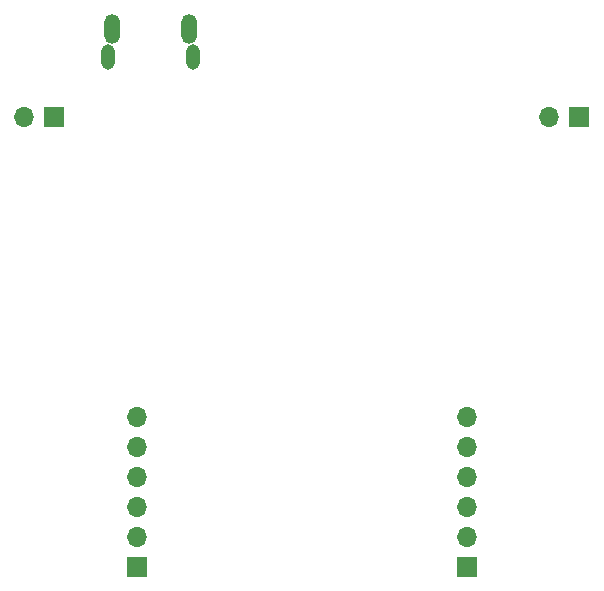
<source format=gbr>
G04 #@! TF.GenerationSoftware,KiCad,Pcbnew,5.1.10-88a1d61d58~88~ubuntu20.04.1*
G04 #@! TF.CreationDate,2021-06-15T20:39:54-04:00*
G04 #@! TF.ProjectId,oscope,6f73636f-7065-42e6-9b69-6361645f7063,rev?*
G04 #@! TF.SameCoordinates,PX3c8eee0PY31a8670*
G04 #@! TF.FileFunction,Soldermask,Bot*
G04 #@! TF.FilePolarity,Negative*
%FSLAX46Y46*%
G04 Gerber Fmt 4.6, Leading zero omitted, Abs format (unit mm)*
G04 Created by KiCad (PCBNEW 5.1.10-88a1d61d58~88~ubuntu20.04.1) date 2021-06-15 20:39:54*
%MOMM*%
%LPD*%
G01*
G04 APERTURE LIST*
%ADD10O,1.160000X2.160000*%
%ADD11O,1.320000X2.520000*%
%ADD12O,1.700000X1.700000*%
%ADD13R,1.700000X1.700000*%
G04 APERTURE END LIST*
D10*
X17458000Y-3860500D03*
X10228000Y-3860500D03*
D11*
X17098000Y-1460500D03*
X10588000Y-1460500D03*
D12*
X40640000Y-34290000D03*
X40640000Y-36830000D03*
X40640000Y-39370000D03*
X40640000Y-41910000D03*
X40640000Y-44450000D03*
D13*
X40640000Y-46990000D03*
X12700000Y-46990000D03*
D12*
X12700000Y-44450000D03*
X12700000Y-41910000D03*
X12700000Y-39370000D03*
X12700000Y-36830000D03*
X12700000Y-34290000D03*
D13*
X5715000Y-8890000D03*
D12*
X3175000Y-8890000D03*
X47625000Y-8890000D03*
D13*
X50165000Y-8890000D03*
M02*

</source>
